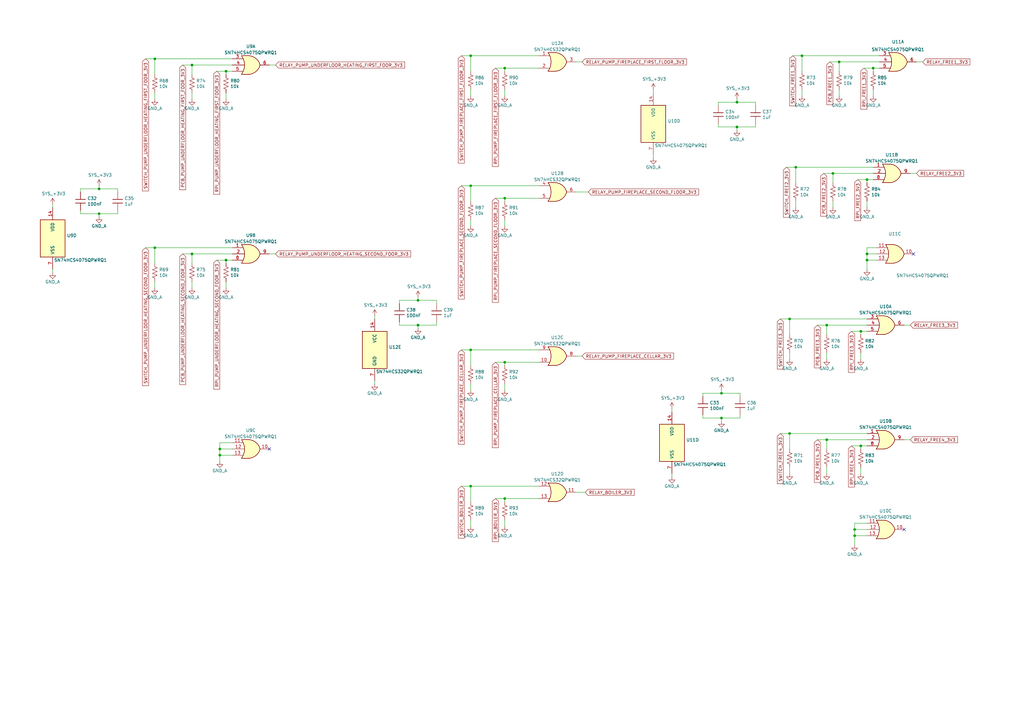
<source format=kicad_sch>
(kicad_sch (version 20230121) (generator eeschema)
  (paper "A3")
  (title_block (title "Logic OR gates") (date "2023-05-26") (rev "v1.0") (company "Roman Labovsky (roman-labovsky.cz)"))
  (lib_symbols
    (symbol "74xx_rl:SN74HCS32QPWRQ1" (pin_names (offset 1.016))
      (property "Reference" "U" (at -5.08 8.89 0))
      (property "Value" "SN74HCS32QPWRQ1" (at 10.16 -8.89 0))
      (symbol "SN74HCS32QPWRQ1_1_1"
        (pin input line (at -7.62 2.54 0) (length 4.318) (name "~") (number "1"))
        (pin input line (at -7.62 -2.54 0) (length 4.318) (name "~") (number "2"))
        (pin output line (at 7.62 0 180) (length 3.81) (name "~") (number "3"))
      )
      (symbol "SN74HCS32QPWRQ1_2_1"
        (pin input line (at -7.62 2.54 0) (length 4.318) (name "~") (number "4"))
        (pin input line (at -7.62 -2.54 0) (length 4.318) (name "~") (number "5"))
        (pin output line (at 7.62 0 180) (length 3.81) (name "~") (number "6"))
      )
      (symbol "SN74HCS32QPWRQ1_3_1"
        (pin input line (at -7.62 -2.54 0) (length 4.318) (name "~") (number "10"))
        (pin output line (at 7.62 0 180) (length 3.81) (name "~") (number "8"))
        (pin input line (at -7.62 2.54 0) (length 4.318) (name "~") (number "9"))
      )
      (symbol "SN74HCS32QPWRQ1_4_1"
        (pin output line (at 7.62 0 180) (length 3.81) (name "~") (number "11"))
        (pin input line (at -7.62 2.54 0) (length 4.318) (name "~") (number "12"))
        (pin input line (at -7.62 -2.54 0) (length 4.318) (name "~") (number "13"))
      )
      (symbol "SN74HCS32QPWRQ1_5_0"
        (pin power_in line (at 0 12.7 270) (length 5.08) (name "VCC") (number "14"))
        (pin power_in line (at 0 -12.7 90) (length 5.08) (name "GND") (number "7"))
      )
    )
    (symbol "74xx_rl:SN74HCS4075QPWRQ1" (pin_names (offset 1.016))
      (property "Reference" "U" (at -2.54 5.08 0))
      (property "Value" "SN74HCS4075QPWRQ1" (at 11.43 -8.89 0))
      (symbol "SN74HCS4075QPWRQ1_1_1"
        (pin input line (at -7.62 2.54 0) (length 4.318) (name "~") (number "3"))
        (pin input line (at -7.62 0 0) (length 4.953) (name "~") (number "4"))
        (pin input line (at -7.62 -2.54 0) (length 4.318) (name "~") (number "5"))
        (pin output line (at 7.62 0 180) (length 3.81) (name "~") (number "6"))
      )
      (symbol "SN74HCS4075QPWRQ1_2_1"
        (pin input line (at -7.62 2.54 0) (length 4.318) (name "~") (number "1"))
        (pin input line (at -7.62 0 0) (length 4.953) (name "~") (number "2"))
        (pin input line (at -7.62 -2.54 0) (length 4.318) (name "~") (number "8"))
        (pin output line (at 7.62 0 180) (length 3.81) (name "~") (number "9"))
      )
      (symbol "SN74HCS4075QPWRQ1_3_1"
        (pin output line (at 7.62 0 180) (length 3.81) (name "~") (number "10"))
        (pin input line (at -7.62 2.54 0) (length 4.318) (name "~") (number "11"))
        (pin input line (at -7.62 0 0) (length 4.953) (name "~") (number "12"))
        (pin input line (at -7.62 -2.54 0) (length 4.318) (name "~") (number "13"))
      )
      (symbol "SN74HCS4075QPWRQ1_4_0"
        (pin power_in line (at 0 12.7 270) (length 5.08) (name "VDD") (number "14"))
        (pin power_in line (at 0 -12.7 90) (length 5.08) (name "VSS") (number "7"))
      )
    )
    (symbol "capacitor_smd_rl:c_1206" (pin_numbers hide) (pin_names (offset 1.016) hide)
      (property "Reference" "C" (at 0 3.81 0))
      (property "Value" "c_1206" (at 0 -3.81 0))
      (symbol "c_1206_1_1"
        (pin passive line (at -3.81 0 0) (length 2.8956) (name "~") (number "1"))
        (pin passive line (at 3.81 0 180) (length 2.8956) (name "~") (number "2"))
      )
    )
    (symbol "power_rl:GND_A" (power) (pin_names (offset 0))
      (property "Value" "GND_A" (at 0 -3.81 0))
      (symbol "GND_A_1_1"
        (pin power_in line (at 0 0 270) (length 0) hide (name "GND_A") (number "1"))
      )
    )
    (symbol "power_rl:SYS_+3V3" (power) (pin_names (offset 1.016))
      (property "Value" "SYS_+3V3" (at 0 3.81 0))
      (symbol "SYS_+3V3_1_1"
        (pin power_in line (at 0 0 90) (length 0) hide (name "SYS_+3V3") (number "1"))
      )
    )
    (symbol "resistor_smd_rl:r_1206_us" (pin_numbers hide) (pin_names hide)
      (property "Reference" "R" (at 0 2.032 0))
      (property "Value" "r_1206_us" (at 0 -2.54 0))
      (symbol "r_1206_us_1_1"
        (pin passive line (at -3.81 0 0) (length 1.27) (name "~") (number "1"))
        (pin passive line (at 3.81 0 180) (length 1.27) (name "~") (number "2"))
      )
    )
  )
  (junction (at 78.74 104.14))
  (junction (at 355.6 106.68))
  (junction (at 207.01 81.28))
  (junction (at 207.01 27.94))
  (junction (at 40.64 77.47))
  (junction (at 353.06 182.88))
  (junction (at 323.85 177.8))
  (junction (at 90.17 186.69))
  (junction (at 193.04 199.39))
  (junction (at 193.04 22.86))
  (junction (at 63.5 101.6))
  (junction (at 358.14 27.94))
  (junction (at 63.5 24.13))
  (junction (at 40.64 87.63))
  (junction (at 350.52 219.71))
  (junction (at 295.91 161.29))
  (junction (at 353.06 135.89))
  (junction (at 350.52 217.17))
  (junction (at 207.01 204.47))
  (junction (at 344.17 25.4))
  (junction (at 355.6 73.66))
  (junction (at 341.63 71.12))
  (junction (at 171.45 133.35))
  (junction (at 326.39 68.58))
  (junction (at 207.01 148.59))
  (junction (at 302.26 52.07))
  (junction (at 78.74 26.67))
  (junction (at 339.09 180.34))
  (junction (at 328.93 22.86))
  (junction (at 171.45 123.19))
  (junction (at 295.91 171.45))
  (junction (at 323.85 130.81))
  (junction (at 92.71 106.68))
  (junction (at 355.6 104.14))
  (junction (at 339.09 133.35))
  (junction (at 90.17 184.15))
  (junction (at 193.04 76.2))
  (junction (at 193.04 143.51))
  (junction (at 92.71 29.21))
  (junction (at 302.26 41.91))
  (no_connect (at 374.65 104.14))
  (no_connect (at 110.49 184.15))
  (no_connect (at 370.84 217.17))
  (wire (pts (xy 193.04 22.86) (xy 220.98 22.86)))
  (wire (pts (xy 193.04 36.83) (xy 193.04 39.37)))
  (wire (pts (xy 339.09 191.77) (xy 339.09 194.31)))
  (wire (pts (xy 193.04 215.9) (xy 193.04 213.36)))
  (wire (pts (xy 328.93 36.83) (xy 328.93 39.37)))
  (wire (pts (xy 63.5 101.6) (xy 95.25 101.6)))
  (wire (pts (xy 207.01 27.94) (xy 203.2 27.94)))
  (wire (pts (xy 355.6 74.93) (xy 355.6 73.66)))
  (wire (pts (xy 48.26 77.47) (xy 48.26 78.74)))
  (wire (pts (xy 33.02 87.63) (xy 33.02 86.36)))
  (wire (pts (xy 207.01 204.47) (xy 203.2 204.47)))
  (wire (pts (xy 302.26 52.07) (xy 309.88 52.07)))
  (wire (pts (xy 303.53 171.45) (xy 303.53 170.18)))
  (wire (pts (xy 355.6 82.55) (xy 355.6 85.09)))
  (wire (pts (xy 78.74 26.67) (xy 78.74 30.48)))
  (wire (pts (xy 375.92 25.4) (xy 378.46 25.4)))
  (wire (pts (xy 323.85 130.81) (xy 323.85 137.16)))
  (wire (pts (xy 153.67 157.48) (xy 153.67 156.21)))
  (wire (pts (xy 33.02 77.47) (xy 33.02 78.74)))
  (wire (pts (xy 302.26 41.91) (xy 309.88 41.91)))
  (wire (pts (xy 353.06 135.89) (xy 355.6 135.89)))
  (wire (pts (xy 40.64 76.2) (xy 40.64 77.47)))
  (wire (pts (xy 78.74 104.14) (xy 74.93 104.14)))
  (wire (pts (xy 63.5 101.6) (xy 59.69 101.6)))
  (wire (pts (xy 295.91 171.45) (xy 303.53 171.45)))
  (wire (pts (xy 171.45 123.19) (xy 179.07 123.19)))
  (wire (pts (xy 355.6 73.66) (xy 351.79 73.66)))
  (wire (pts (xy 171.45 121.92) (xy 171.45 123.19)))
  (wire (pts (xy 179.07 133.35) (xy 179.07 132.08)))
  (wire (pts (xy 326.39 68.58) (xy 322.58 68.58)))
  (wire (pts (xy 179.07 123.19) (xy 179.07 124.46)))
  (wire (pts (xy 95.25 184.15) (xy 90.17 184.15)))
  (wire (pts (xy 275.59 167.64) (xy 275.59 168.91)))
  (wire (pts (xy 163.83 123.19) (xy 163.83 124.46)))
  (wire (pts (xy 294.64 41.91) (xy 302.26 41.91)))
  (wire (pts (xy 78.74 26.67) (xy 74.93 26.67)))
  (wire (pts (xy 275.59 194.31) (xy 275.59 195.58)))
  (wire (pts (xy 344.17 25.4) (xy 340.36 25.4)))
  (wire (pts (xy 21.59 83.82) (xy 21.59 85.09)))
  (wire (pts (xy 355.6 110.49) (xy 355.6 106.68)))
  (wire (pts (xy 355.6 106.68) (xy 355.6 104.14)))
  (wire (pts (xy 40.64 77.47) (xy 48.26 77.47)))
  (wire (pts (xy 355.6 217.17) (xy 350.52 217.17)))
  (wire (pts (xy 92.71 29.21) (xy 95.25 29.21)))
  (wire (pts (xy 171.45 134.62) (xy 171.45 133.35)))
  (wire (pts (xy 163.83 123.19) (xy 171.45 123.19)))
  (wire (pts (xy 207.01 36.83) (xy 207.01 39.37)))
  (wire (pts (xy 193.04 143.51) (xy 193.04 149.86)))
  (wire (pts (xy 350.52 217.17) (xy 350.52 214.63)))
  (wire (pts (xy 193.04 160.02) (xy 193.04 157.48)))
  (wire (pts (xy 78.74 115.57) (xy 78.74 118.11)))
  (wire (pts (xy 323.85 177.8) (xy 320.04 177.8)))
  (wire (pts (xy 354.33 27.94) (xy 358.14 27.94)))
  (wire (pts (xy 355.6 104.14) (xy 355.6 101.6)))
  (wire (pts (xy 355.6 73.66) (xy 358.14 73.66)))
  (wire (pts (xy 40.64 88.9) (xy 40.64 87.63)))
  (wire (pts (xy 90.17 181.61) (xy 95.25 181.61)))
  (wire (pts (xy 323.85 130.81) (xy 355.6 130.81)))
  (wire (pts (xy 353.06 137.16) (xy 353.06 135.89)))
  (wire (pts (xy 358.14 29.21) (xy 358.14 27.94)))
  (wire (pts (xy 353.06 182.88) (xy 349.25 182.88)))
  (wire (pts (xy 326.39 68.58) (xy 326.39 74.93)))
  (wire (pts (xy 78.74 104.14) (xy 95.25 104.14)))
  (wire (pts (xy 323.85 194.31) (xy 323.85 191.77)))
  (wire (pts (xy 344.17 25.4) (xy 344.17 29.21)))
  (wire (pts (xy 355.6 219.71) (xy 350.52 219.71)))
  (wire (pts (xy 267.97 63.5) (xy 267.97 64.77)))
  (wire (pts (xy 353.06 144.78) (xy 353.06 147.32)))
  (wire (pts (xy 353.06 184.15) (xy 353.06 182.88)))
  (wire (pts (xy 236.22 146.05) (xy 238.76 146.05)))
  (wire (pts (xy 207.01 148.59) (xy 203.2 148.59)))
  (wire (pts (xy 207.01 205.74) (xy 207.01 204.47)))
  (wire (pts (xy 207.01 204.47) (xy 220.98 204.47)))
  (wire (pts (xy 373.38 71.12) (xy 375.92 71.12)))
  (wire (pts (xy 341.63 71.12) (xy 358.14 71.12)))
  (wire (pts (xy 358.14 27.94) (xy 360.68 27.94)))
  (wire (pts (xy 267.97 36.83) (xy 267.97 38.1)))
  (wire (pts (xy 328.93 22.86) (xy 328.93 29.21)))
  (wire (pts (xy 92.71 106.68) (xy 95.25 106.68)))
  (wire (pts (xy 110.49 104.14) (xy 113.03 104.14)))
  (wire (pts (xy 90.17 186.69) (xy 90.17 184.15)))
  (wire (pts (xy 341.63 82.55) (xy 341.63 85.09)))
  (wire (pts (xy 323.85 177.8) (xy 355.6 177.8)))
  (wire (pts (xy 323.85 177.8) (xy 323.85 184.15)))
  (wire (pts (xy 78.74 26.67) (xy 95.25 26.67)))
  (wire (pts (xy 193.04 76.2) (xy 193.04 82.55)))
  (wire (pts (xy 207.01 157.48) (xy 207.01 160.02)))
  (wire (pts (xy 353.06 191.77) (xy 353.06 194.31)))
  (wire (pts (xy 309.88 52.07) (xy 309.88 50.8)))
  (wire (pts (xy 350.52 223.52) (xy 350.52 219.71)))
  (wire (pts (xy 193.04 199.39) (xy 189.23 199.39)))
  (wire (pts (xy 63.5 24.13) (xy 63.5 30.48)))
  (wire (pts (xy 207.01 213.36) (xy 207.01 215.9)))
  (wire (pts (xy 207.01 81.28) (xy 203.2 81.28)))
  (wire (pts (xy 63.5 24.13) (xy 59.69 24.13)))
  (wire (pts (xy 63.5 24.13) (xy 95.25 24.13)))
  (wire (pts (xy 295.91 161.29) (xy 303.53 161.29)))
  (wire (pts (xy 92.71 115.57) (xy 92.71 118.11)))
  (wire (pts (xy 207.01 148.59) (xy 220.98 148.59)))
  (wire (pts (xy 92.71 107.95) (xy 92.71 106.68)))
  (wire (pts (xy 95.25 186.69) (xy 90.17 186.69)))
  (wire (pts (xy 207.01 27.94) (xy 207.01 29.21)))
  (wire (pts (xy 33.02 87.63) (xy 40.64 87.63)))
  (wire (pts (xy 193.04 199.39) (xy 193.04 205.74)))
  (wire (pts (xy 339.09 180.34) (xy 335.28 180.34)))
  (wire (pts (xy 153.67 129.54) (xy 153.67 130.81)))
  (wire (pts (xy 288.29 161.29) (xy 295.91 161.29)))
  (wire (pts (xy 288.29 171.45) (xy 288.29 170.18)))
  (wire (pts (xy 294.64 41.91) (xy 294.64 43.18)))
  (wire (pts (xy 40.64 87.63) (xy 48.26 87.63)))
  (wire (pts (xy 339.09 184.15) (xy 339.09 180.34)))
  (wire (pts (xy 48.26 87.63) (xy 48.26 86.36)))
  (wire (pts (xy 193.04 199.39) (xy 220.98 199.39)))
  (wire (pts (xy 193.04 76.2) (xy 220.98 76.2)))
  (wire (pts (xy 349.25 135.89) (xy 353.06 135.89)))
  (wire (pts (xy 339.09 144.78) (xy 339.09 147.32)))
  (wire (pts (xy 193.04 143.51) (xy 220.98 143.51)))
  (wire (pts (xy 207.01 82.55) (xy 207.01 81.28)))
  (wire (pts (xy 359.41 104.14) (xy 355.6 104.14)))
  (wire (pts (xy 63.5 38.1) (xy 63.5 40.64)))
  (wire (pts (xy 302.26 40.64) (xy 302.26 41.91)))
  (wire (pts (xy 328.93 22.86) (xy 360.68 22.86)))
  (wire (pts (xy 341.63 71.12) (xy 337.82 71.12)))
  (wire (pts (xy 193.04 22.86) (xy 193.04 29.21)))
  (wire (pts (xy 78.74 38.1) (xy 78.74 40.64)))
  (wire (pts (xy 288.29 161.29) (xy 288.29 162.56)))
  (wire (pts (xy 294.64 52.07) (xy 302.26 52.07)))
  (wire (pts (xy 193.04 92.71) (xy 193.04 90.17)))
  (wire (pts (xy 339.09 180.34) (xy 355.6 180.34)))
  (wire (pts (xy 353.06 182.88) (xy 355.6 182.88)))
  (wire (pts (xy 295.91 172.72) (xy 295.91 171.45)))
  (wire (pts (xy 326.39 85.09) (xy 326.39 82.55)))
  (wire (pts (xy 88.9 29.21) (xy 92.71 29.21)))
  (wire (pts (xy 207.01 81.28) (xy 220.98 81.28)))
  (wire (pts (xy 33.02 77.47) (xy 40.64 77.47)))
  (wire (pts (xy 207.01 27.94) (xy 220.98 27.94)))
  (wire (pts (xy 350.52 219.71) (xy 350.52 217.17)))
  (wire (pts (xy 63.5 101.6) (xy 63.5 107.95)))
  (wire (pts (xy 323.85 144.78) (xy 323.85 147.32)))
  (wire (pts (xy 92.71 38.1) (xy 92.71 40.64)))
  (wire (pts (xy 92.71 106.68) (xy 88.9 106.68)))
  (wire (pts (xy 339.09 133.35) (xy 339.09 137.16)))
  (wire (pts (xy 236.22 25.4) (xy 238.76 25.4)))
  (wire (pts (xy 370.84 133.35) (xy 373.38 133.35)))
  (wire (pts (xy 358.14 36.83) (xy 358.14 39.37)))
  (wire (pts (xy 63.5 118.11) (xy 63.5 115.57)))
  (wire (pts (xy 302.26 53.34) (xy 302.26 52.07)))
  (wire (pts (xy 355.6 101.6) (xy 359.41 101.6)))
  (wire (pts (xy 90.17 184.15) (xy 90.17 181.61)))
  (wire (pts (xy 163.83 133.35) (xy 163.83 132.08)))
  (wire (pts (xy 21.59 110.49) (xy 21.59 111.76)))
  (wire (pts (xy 303.53 161.29) (xy 303.53 162.56)))
  (wire (pts (xy 294.64 52.07) (xy 294.64 50.8)))
  (wire (pts (xy 193.04 22.86) (xy 189.23 22.86)))
  (wire (pts (xy 236.22 78.74) (xy 241.3 78.74)))
  (wire (pts (xy 163.83 133.35) (xy 171.45 133.35)))
  (wire (pts (xy 339.09 133.35) (xy 355.6 133.35)))
  (wire (pts (xy 193.04 143.51) (xy 189.23 143.51)))
  (wire (pts (xy 207.01 90.17) (xy 207.01 92.71)))
  (wire (pts (xy 323.85 130.81) (xy 320.04 130.81)))
  (wire (pts (xy 339.09 133.35) (xy 335.28 133.35)))
  (wire (pts (xy 295.91 161.29) (xy 295.91 160.02)))
  (wire (pts (xy 207.01 149.86) (xy 207.01 148.59)))
  (wire (pts (xy 90.17 189.23) (xy 90.17 186.69)))
  (wire (pts (xy 328.93 22.86) (xy 325.12 22.86)))
  (wire (pts (xy 341.63 74.93) (xy 341.63 71.12)))
  (wire (pts (xy 326.39 68.58) (xy 358.14 68.58)))
  (wire (pts (xy 92.71 30.48) (xy 92.71 29.21)))
  (wire (pts (xy 344.17 36.83) (xy 344.17 39.37)))
  (wire (pts (xy 370.84 180.34) (xy 373.38 180.34)))
  (wire (pts (xy 171.45 133.35) (xy 179.07 133.35)))
  (wire (pts (xy 359.41 106.68) (xy 355.6 106.68)))
  (wire (pts (xy 110.49 26.67) (xy 113.03 26.67)))
  (wire (pts (xy 193.04 76.2) (xy 189.23 76.2)))
  (wire (pts (xy 309.88 41.91) (xy 309.88 43.18)))
  (wire (pts (xy 236.22 201.93) (xy 240.03 201.93)))
  (wire (pts (xy 78.74 107.95) (xy 78.74 104.14)))
  (wire (pts (xy 350.52 214.63) (xy 355.6 214.63)))
  (wire (pts (xy 344.17 25.4) (xy 360.68 25.4)))
  (wire (pts (xy 288.29 171.45) (xy 295.91 171.45)))
  (global_label "SWITCH_FREE2_3V3" (shape input) (at 322.58 68.58 270) (property "Intersheetrefs" "${INTERSHEET_REFS}" (effects hide)))
  (global_label "SWITCH_PUMP_UNDERFLOOR_HEATING_SECOND_FOOR_3V3" (shape input) (at 59.69 101.6 270) (property "Intersheetrefs" "${INTERSHEET_REFS}" (effects hide)))
  (global_label "SWITCH_PUMP_FIREPLACE_CELLAR_3V3" (shape input) (at 189.23 143.51 270) (property "Intersheetrefs" "${INTERSHEET_REFS}" (effects hide)))
  (global_label "SWITCH_PUMP_FIREPLACE_FIRST_FLOOR_3V3" (shape input) (at 189.23 22.86 270) (property "Intersheetrefs" "${INTERSHEET_REFS}" (effects hide)))
  (global_label "RELAY_PUMP_UNDERFLOOR_HEATING_SECOND_FOOR_3V3" (shape input) (at 113.03 104.14 0) (property "Intersheetrefs" "${INTERSHEET_REFS}" (effects hide)))
  (global_label "RPI_FREE3_3V3" (shape input) (at 349.25 135.89 270) (property "Intersheetrefs" "${INTERSHEET_REFS}" (effects hide)))
  (global_label "PCB_FREE1_3V3" (shape input) (at 340.36 25.4 270) (property "Intersheetrefs" "${INTERSHEET_REFS}" (effects hide)))
  (global_label "RPI_PUMP_UNDERFLOOR_HEATING_FIRST_FOOR_3V3" (shape input) (at 88.9 29.21 270) (property "Intersheetrefs" "${INTERSHEET_REFS}" (effects hide)))
  (global_label "RPI_FREE4_3V3" (shape input) (at 349.25 182.88 270) (property "Intersheetrefs" "${INTERSHEET_REFS}" (effects hide)))
  (global_label "PCB_PUMP_UNDERFLOOR_HEATING_SECOND_FOOR_3V3" (shape input) (at 74.93 104.14 270) (property "Intersheetrefs" "${INTERSHEET_REFS}" (effects hide)))
  (global_label "PCB_FREE4_3V3" (shape input) (at 335.28 180.34 270) (property "Intersheetrefs" "${INTERSHEET_REFS}" (effects hide)))
  (global_label "SWITCH_FREE4_3V3" (shape input) (at 320.04 177.8 270) (property "Intersheetrefs" "${INTERSHEET_REFS}" (effects hide)))
  (global_label "RELAY_PUMP_FIREPLACE_FIRST_FLOOR_3V3" (shape input) (at 238.76 25.4 0) (property "Intersheetrefs" "${INTERSHEET_REFS}" (effects hide)))
  (global_label "RELAY_FREE4_3V3" (shape input) (at 373.38 180.34 0) (property "Intersheetrefs" "${INTERSHEET_REFS}" (effects hide)))
  (global_label "RPI_PUMP_FIREPLACE_CELLAR_3V3" (shape input) (at 203.2 148.59 270) (property "Intersheetrefs" "${INTERSHEET_REFS}" (effects hide)))
  (global_label "RELAY_FREE2_3V3" (shape input) (at 375.92 71.12 0) (property "Intersheetrefs" "${INTERSHEET_REFS}" (effects hide)))
  (global_label "SWITCH_BOILER_3V3" (shape input) (at 189.23 199.39 270) (property "Intersheetrefs" "${INTERSHEET_REFS}" (effects hide)))
  (global_label "RELAY_FREE1_3V3" (shape input) (at 378.46 25.4 0) (property "Intersheetrefs" "${INTERSHEET_REFS}" (effects hide)))
  (global_label "RPI_BOILER_3V3" (shape input) (at 203.2 204.47 270) (property "Intersheetrefs" "${INTERSHEET_REFS}" (effects hide)))
  (global_label "RELAY_PUMP_UNDERFLOOR_HEATING_FIRST_FOOR_3V3" (shape input) (at 113.03 26.67 0) (property "Intersheetrefs" "${INTERSHEET_REFS}" (effects hide)))
  (global_label "PCB_FREE2_3V3" (shape input) (at 337.82 71.12 270) (property "Intersheetrefs" "${INTERSHEET_REFS}" (effects hide)))
  (global_label "SWITCH_FREE1_3V3" (shape input) (at 325.12 22.86 270) (property "Intersheetrefs" "${INTERSHEET_REFS}" (effects hide)))
  (global_label "SWITCH_PUMP_FIREPLACE_SECOND_FLOOR_3V3" (shape input) (at 189.23 76.2 270) (property "Intersheetrefs" "${INTERSHEET_REFS}" (effects hide)))
  (global_label "RPI_PUMP_FIREPLACE_SECOND_FLOOR_3V3" (shape input) (at 203.2 81.28 270) (property "Intersheetrefs" "${INTERSHEET_REFS}" (effects hide)))
  (global_label "RPI_PUMP_FIREPLACE_FIRST_FLOOR_3V3" (shape input) (at 203.2 27.94 270) (property "Intersheetrefs" "${INTERSHEET_REFS}" (effects hide)))
  (global_label "RELAY_FREE3_3V3" (shape input) (at 373.38 133.35 0) (property "Intersheetrefs" "${INTERSHEET_REFS}" (effects hide)))
  (global_label "PCB_FREE3_3V3" (shape input) (at 335.28 133.35 270) (property "Intersheetrefs" "${INTERSHEET_REFS}" (effects hide)))
  (global_label "RPI_FREE2_3V3" (shape input) (at 351.79 73.66 270) (property "Intersheetrefs" "${INTERSHEET_REFS}" (effects hide)))
  (global_label "PCB_PUMP_UNDERFLOOR_HEATING_FIRST_FOOR_3V3" (shape input) (at 74.93 26.67 270) (property "Intersheetrefs" "${INTERSHEET_REFS}" (effects hide)))
  (global_label "RPI_PUMP_UNDERFLOOR_HEATING_SECOND_FOOR_3V3" (shape input) (at 88.9 106.68 270) (property "Intersheetrefs" "${INTERSHEET_REFS}" (effects hide)))
  (global_label "RELAY_PUMP_FIREPLACE_SECOND_FLOOR_3V3" (shape input) (at 241.3 78.74 0) (property "Intersheetrefs" "${INTERSHEET_REFS}" (effects hide)))
  (global_label "RELAY_BOILER_3V3" (shape input) (at 240.03 201.93 0) (property "Intersheetrefs" "${INTERSHEET_REFS}" (effects hide)))
  (global_label "SWITCH_PUMP_UNDERFLOOR_HEATING_FIRST_FOOR_3V3" (shape input) (at 59.69 24.13 270) (property "Intersheetrefs" "${INTERSHEET_REFS}" (effects hide)))
  (global_label "RPI_FREE1_3V3" (shape input) (at 354.33 27.94 270) (property "Intersheetrefs" "${INTERSHEET_REFS}" (effects hide)))
  (global_label "RELAY_PUMP_FIREPLACE_CELLAR_3V3" (shape input) (at 238.76 146.05 0) (property "Intersheetrefs" "${INTERSHEET_REFS}" (effects hide)))
  (global_label "SWITCH_FREE3_3V3" (shape input) (at 320.04 130.81 270) (property "Intersheetrefs" "${INTERSHEET_REFS}" (effects hide)))
  (symbol (lib_id "74xx_rl:SN74HCS4075QPWRQ1") (at 102.87 26.67 0) (unit 1)
    (property "Reference" "U9" (at 102.87 19.05 0))
    (property "Value" "SN74HCS4075QPWRQ1" (at 102.87 21.59 0))
    (property "Footprint" "package_tssop_rl:tssop_14" (effects hide))
    (property "Datasheet" "https://www.ti.com/lit/ds/symlink/sn74hcs4075-q1.pdf?ts=1655125228616&ref_url=https%253A%252F%252Fwww.google.com%252F" (effects hide))
    (property "Manufacturer" "Texas Instruments" (effects hide))
  )
  (symbol (lib_id "74xx_rl:SN74HCS4075QPWRQ1") (at 102.87 104.14 0) (unit 2)
    (property "Reference" "U9" (at 102.87 96.52 0))
    (property "Value" "SN74HCS4075QPWRQ1" (at 102.87 99.06 0))
    (property "Footprint" "package_tssop_rl:tssop_14" (effects hide))
    (property "Datasheet" "https://www.ti.com/lit/ds/symlink/sn74hcs4075-q1.pdf?ts=1655125228616&ref_url=https%253A%252F%252Fwww.google.com%252F" (effects hide))
    (property "Manufacturer" "Texas Instruments" (effects hide))
  )
  (symbol (lib_id "74xx_rl:SN74HCS4075QPWRQ1") (at 21.59 97.79 0) (unit 4)
    (property "Reference" "U9" (at 27.432 96.6216 0) (effects (justify left)))
    (property "Value" "SN74HCS4075QPWRQ1" (at 33.02 106.68 0))
    (property "Footprint" "package_tssop_rl:tssop_14" (effects hide))
    (property "Datasheet" "https://www.ti.com/lit/ds/symlink/sn74hcs4075-q1.pdf?ts=1655125228616&ref_url=https%253A%252F%252Fwww.google.com%252F" (effects hide))
    (property "Manufacturer" "Texas Instruments" (effects hide))
  )
  (symbol (lib_id "74xx_rl:SN74HCS32QPWRQ1") (at 228.6 25.4 0) (unit 1)
    (property "Reference" "U12" (at 228.6 17.78 0))
    (property "Value" "SN74HCS32QPWRQ1" (at 228.6 20.32 0))
    (property "Footprint" "package_tssop_rl:tssop_14" (effects hide))
    (property "Datasheet" "https://www.ti.com/lit/ds/symlink/sn74hcs32-q1.pdf?ts=1655134231656&ref_url=https%253A%252F%252Fwww.ti.com%252Fproduct%252FSN74HCS32-Q1%253FkeyMatch%253DSN74HCS32QDRQ1%2526tisearch%253Dsearch-everything%2526usecase%253DOPN" (effects hide))
    (property "Manufacturer" "Texas Instruments" (effects hide))
  )
  (symbol (lib_id "74xx_rl:SN74HCS32QPWRQ1") (at 228.6 78.74 0) (unit 2)
    (property "Reference" "U12" (at 228.6 71.12 0))
    (property "Value" "SN74HCS32QPWRQ1" (at 228.6 73.66 0))
    (property "Footprint" "package_tssop_rl:tssop_14" (effects hide))
    (property "Datasheet" "https://www.ti.com/lit/ds/symlink/sn74hcs32-q1.pdf?ts=1655134231656&ref_url=https%253A%252F%252Fwww.ti.com%252Fproduct%252FSN74HCS32-Q1%253FkeyMatch%253DSN74HCS32QDRQ1%2526tisearch%253Dsearch-everything%2526usecase%253DOPN" (effects hide))
    (property "Manufacturer" "Texas Instruments" (effects hide))
  )
  (symbol (lib_id "74xx_rl:SN74HCS32QPWRQ1") (at 228.6 146.05 0) (unit 3)
    (property "Reference" "U12" (at 228.6 138.43 0))
    (property "Value" "SN74HCS32QPWRQ1" (at 228.6 140.97 0))
    (property "Footprint" "package_tssop_rl:tssop_14" (effects hide))
    (property "Datasheet" "https://www.ti.com/lit/ds/symlink/sn74hcs32-q1.pdf?ts=1655134231656&ref_url=https%253A%252F%252Fwww.ti.com%252Fproduct%252FSN74HCS32-Q1%253FkeyMatch%253DSN74HCS32QDRQ1%2526tisearch%253Dsearch-everything%2526usecase%253DOPN" (effects hide))
    (property "Manufacturer" "Texas Instruments" (effects hide))
  )
  (symbol (lib_id "74xx_rl:SN74HCS32QPWRQ1") (at 228.6 201.93 0) (unit 4)
    (property "Reference" "U12" (at 228.6 194.31 0))
    (property "Value" "SN74HCS32QPWRQ1" (at 228.6 196.85 0))
    (property "Footprint" "package_tssop_rl:tssop_14" (effects hide))
    (property "Datasheet" "https://www.ti.com/lit/ds/symlink/sn74hcs32-q1.pdf?ts=1655134231656&ref_url=https%253A%252F%252Fwww.ti.com%252Fproduct%252FSN74HCS32-Q1%253FkeyMatch%253DSN74HCS32QDRQ1%2526tisearch%253Dsearch-everything%2526usecase%253DOPN" (effects hide))
    (property "Manufacturer" "Texas Instruments" (effects hide))
  )
  (symbol (lib_id "74xx_rl:SN74HCS32QPWRQ1") (at 153.67 143.51 0) (unit 5)
    (property "Reference" "U12" (at 159.512 142.3416 0) (effects (justify left)))
    (property "Value" "SN74HCS32QPWRQ1" (at 163.83 152.4 0))
    (property "Footprint" "package_tssop_rl:tssop_14" (effects hide))
    (property "Datasheet" "https://www.ti.com/lit/ds/symlink/sn74hcs32-q1.pdf?ts=1655134231656&ref_url=https%253A%252F%252Fwww.ti.com%252Fproduct%252FSN74HCS32-Q1%253FkeyMatch%253DSN74HCS32QDRQ1%2526tisearch%253Dsearch-everything%2526usecase%253DOPN" (effects hide))
    (property "Manufacturer" "Texas Instruments" (effects hide))
  )
  (symbol (lib_id "power_rl:SYS_+3V3") (at 40.64 76.2 0) (unit 1)
    (property "Reference" "#PWR089" (effects hide))
    (property "Value" "SYS_+3V3" (at 41.021 71.8058 0))
    (instances (project "central-control-unit" (path "" (reference "#PWR089") (unit 1)) (path "" (reference "#PWR?") (unit 1))))
  )
  (symbol (lib_id "capacitor_smd_rl:c_1206") (at 294.64 46.99 90) (unit 1)
    (property "Reference" "C34" (at 297.434 45.8216 90) (effects (justify right)))
    (property "Value" "100nF" (at 297.434 48.133 90) (effects (justify right)))
    (property "Footprint" "capacitor_smd_rl:c_1206" (effects hide))
    (instances (project "central-control-unit" (path "" (reference "C34") (unit 1)) (path "" (reference "C?") (unit 1))))
  )
  (symbol (lib_id "capacitor_smd_rl:c_1206") (at 309.88 46.99 270) (unit 1)
    (property "Reference" "C37" (at 312.674 45.8216 90) (effects (justify left)))
    (property "Value" "1uF" (at 312.674 48.133 90) (effects (justify left)))
    (property "Footprint" "capacitor_smd_rl:c_1206" (effects hide))
    (instances (project "central-control-unit" (path "" (reference "C37") (unit 1)) (path "" (reference "C?") (unit 1))))
  )
  (symbol (lib_id "power_rl:SYS_+3V3") (at 302.26 40.64 0) (unit 1)
    (property "Reference" "#PWR093" (effects hide))
    (property "Value" "SYS_+3V3" (at 302.641 36.2458 0))
    (instances (project "central-control-unit" (path "" (reference "#PWR093") (unit 1)) (path "" (reference "#PWR?") (unit 1))))
  )
  (symbol (lib_id "power_rl:SYS_+3V3") (at 295.91 160.02 0) (unit 1)
    (property "Reference" "#PWR091" (effects hide))
    (property "Value" "SYS_+3V3" (at 296.291 155.6258 0))
    (instances (project "central-control-unit" (path "" (reference "#PWR091") (unit 1)) (path "" (reference "#PWR?") (unit 1))))
  )
  (symbol (lib_id "capacitor_smd_rl:c_1206") (at 163.83 128.27 90) (unit 1)
    (property "Reference" "C38" (at 166.624 127.1016 90) (effects (justify right)))
    (property "Value" "100nF" (at 166.624 129.413 90) (effects (justify right)))
    (property "Footprint" "capacitor_smd_rl:c_1206" (effects hide))
    (instances (project "central-control-unit" (path "" (reference "C38") (unit 1)) (path "" (reference "C?") (unit 1))))
  )
  (symbol (lib_id "capacitor_smd_rl:c_1206") (at 179.07 128.27 270) (unit 1)
    (property "Reference" "C39" (at 181.864 127.1016 90) (effects (justify left)))
    (property "Value" "1uF" (at 181.864 129.413 90) (effects (justify left)))
    (property "Footprint" "capacitor_smd_rl:c_1206" (effects hide))
    (instances (project "central-control-unit" (path "" (reference "C39") (unit 1)) (path "" (reference "C?") (unit 1))))
  )
  (symbol (lib_id "power_rl:SYS_+3V3") (at 171.45 121.92 0) (unit 1)
    (property "Reference" "#PWR0115" (effects hide))
    (property "Value" "SYS_+3V3" (at 171.831 117.5258 0))
    (instances (project "central-control-unit" (path "" (reference "#PWR0115") (unit 1)) (path "" (reference "#PWR?") (unit 1))))
  )
  (symbol (lib_id "74xx_rl:SN74HCS4075QPWRQ1") (at 102.87 184.15 0) (unit 3)
    (property "Reference" "U9" (at 102.87 176.53 0))
    (property "Value" "SN74HCS4075QPWRQ1" (at 102.87 179.07 0))
    (property "Footprint" "package_tssop_rl:tssop_14" (effects hide))
    (property "Datasheet" "https://www.ti.com/lit/ds/symlink/sn74hcs4075-q1.pdf?ts=1655125228616&ref_url=https%253A%252F%252Fwww.google.com%252F" (effects hide))
    (property "Manufacturer" "Texas Instruments" (effects hide))
  )
  (symbol (lib_id "power_rl:GND_A") (at 90.17 189.23 0) (unit 1)
    (property "Reference" "#PWR0411" (effects hide))
    (property "Value" "GND_A" (at 90.17 193.04 0))
    (instances (project "central-control-unit" (path "" (reference "#PWR0411") (unit 1)) (path "" (reference "#PWR?") (unit 1))))
  )
  (symbol (lib_id "74xx_rl:SN74HCS4075QPWRQ1") (at 367.03 104.14 0) (unit 3)
    (property "Reference" "U11" (at 367.03 95.885 0))
    (property "Value" "SN74HCS4075QPWRQ1" (at 378.46 113.03 0))
    (property "Footprint" "package_tssop_rl:tssop_14" (effects hide))
    (property "Datasheet" "https://www.ti.com/lit/ds/symlink/sn74hcs4075-q1.pdf?ts=1655125228616&ref_url=https%253A%252F%252Fwww.google.com%252F" (effects hide))
    (property "Manufacturer" "Texas Instruments" (effects hide))
  )
  (symbol (lib_id "power_rl:GND_A") (at 355.6 110.49 0) (unit 1)
    (property "Reference" "#PWR0412" (effects hide))
    (property "Value" "GND_A" (at 355.6 114.3 0))
    (instances (project "central-control-unit" (path "" (reference "#PWR0412") (unit 1)) (path "" (reference "#PWR?") (unit 1))))
  )
  (symbol (lib_id "74xx_rl:SN74HCS4075QPWRQ1") (at 363.22 217.17 0) (unit 3)
    (property "Reference" "U10" (at 363.22 209.55 0))
    (property "Value" "SN74HCS4075QPWRQ1" (at 363.22 212.09 0))
    (property "Footprint" "package_tssop_rl:tssop_14" (effects hide))
    (property "Datasheet" "https://www.ti.com/lit/ds/symlink/sn74hcs4075-q1.pdf?ts=1655125228616&ref_url=https%253A%252F%252Fwww.google.com%252F" (effects hide))
    (property "Manufacturer" "Texas Instruments" (effects hide))
  )
  (symbol (lib_id "power_rl:GND_A") (at 350.52 223.52 0) (unit 1)
    (property "Reference" "#PWR0413" (effects hide))
    (property "Value" "GND_A" (at 350.52 227.33 0))
    (instances (project "central-control-unit" (path "" (reference "#PWR0413") (unit 1)) (path "" (reference "#PWR?") (unit 1))))
  )
  (symbol (lib_id "power_rl:GND_A") (at 92.71 40.64 0) (unit 1)
    (property "Reference" "#PWR0107" (effects hide))
    (property "Value" "GND_A" (at 92.71 44.45 0))
    (instances (project "central-control-unit" (path "" (reference "#PWR0107") (unit 1)) (path "" (reference "#PWR?") (unit 1))))
  )
  (symbol (lib_id "power_rl:GND_A") (at 78.74 40.64 0) (unit 1)
    (property "Reference" "#PWR0101" (effects hide))
    (property "Value" "GND_A" (at 78.74 44.45 0))
    (instances (project "central-control-unit" (path "" (reference "#PWR0101") (unit 1)) (path "" (reference "#PWR?") (unit 1))))
  )
  (symbol (lib_id "power_rl:GND_A") (at 21.59 111.76 0) (unit 1)
    (property "Reference" "#PWR084" (effects hide))
    (property "Value" "GND_A" (at 21.59 115.57 0))
    (instances (project "central-control-unit" (path "" (reference "#PWR084") (unit 1)) (path "" (reference "#PWR?") (unit 1))))
  )
  (symbol (lib_id "power_rl:GND_A") (at 40.64 88.9 0) (unit 1)
    (property "Reference" "#PWR090" (effects hide))
    (property "Value" "GND_A" (at 40.64 92.71 0))
    (instances (project "central-control-unit" (path "" (reference "#PWR090") (unit 1)) (path "" (reference "#PWR?") (unit 1))))
  )
  (symbol (lib_id "power_rl:GND_A") (at 63.5 118.11 0) (unit 1)
    (property "Reference" "#PWR096" (effects hide))
    (property "Value" "GND_A" (at 63.5 121.92 0))
    (instances (project "central-control-unit" (path "" (reference "#PWR096") (unit 1)) (path "" (reference "#PWR?") (unit 1))))
  )
  (symbol (lib_id "power_rl:GND_A") (at 78.74 118.11 0) (unit 1)
    (property "Reference" "#PWR0102" (effects hide))
    (property "Value" "GND_A" (at 78.74 121.92 0))
    (instances (project "central-control-unit" (path "" (reference "#PWR0102") (unit 1)) (path "" (reference "#PWR?") (unit 1))))
  )
  (symbol (lib_id "power_rl:GND_A") (at 92.71 118.11 0) (unit 1)
    (property "Reference" "#PWR0108" (effects hide))
    (property "Value" "GND_A" (at 92.71 121.92 0))
    (instances (project "central-control-unit" (path "" (reference "#PWR0108") (unit 1)) (path "" (reference "#PWR?") (unit 1))))
  )
  (symbol (lib_id "power_rl:GND_A") (at 267.97 64.77 0) (unit 1)
    (property "Reference" "#PWR086" (effects hide))
    (property "Value" "GND_A" (at 267.97 68.58 0))
    (instances (project "central-control-unit" (path "" (reference "#PWR086") (unit 1)) (path "" (reference "#PWR?") (unit 1))))
  )
  (symbol (lib_id "power_rl:GND_A") (at 302.26 53.34 0) (unit 1)
    (property "Reference" "#PWR094" (effects hide))
    (property "Value" "GND_A" (at 302.26 57.15 0))
    (instances (project "central-control-unit" (path "" (reference "#PWR094") (unit 1)) (path "" (reference "#PWR?") (unit 1))))
  )
  (symbol (lib_id "power_rl:GND_A") (at 328.93 39.37 0) (unit 1)
    (property "Reference" "#PWR0100" (effects hide))
    (property "Value" "GND_A" (at 328.93 43.18 0))
    (instances (project "central-control-unit" (path "" (reference "#PWR0100") (unit 1)) (path "" (reference "#PWR?") (unit 1))))
  )
  (symbol (lib_id "power_rl:GND_A") (at 344.17 39.37 0) (unit 1)
    (property "Reference" "#PWR0106" (effects hide))
    (property "Value" "GND_A" (at 344.17 43.18 0))
    (instances (project "central-control-unit" (path "" (reference "#PWR0106") (unit 1)) (path "" (reference "#PWR?") (unit 1))))
  )
  (symbol (lib_id "power_rl:GND_A") (at 358.14 39.37 0) (unit 1)
    (property "Reference" "#PWR0112" (effects hide))
    (property "Value" "GND_A" (at 358.14 43.18 0))
    (instances (project "central-control-unit" (path "" (reference "#PWR0112") (unit 1)) (path "" (reference "#PWR?") (unit 1))))
  )
  (symbol (lib_id "power_rl:GND_A") (at 326.39 85.09 0) (unit 1)
    (property "Reference" "#PWR099" (effects hide))
    (property "Value" "GND_A" (at 326.39 88.9 0))
    (instances (project "central-control-unit" (path "" (reference "#PWR099") (unit 1)) (path "" (reference "#PWR?") (unit 1))))
  )
  (symbol (lib_id "power_rl:GND_A") (at 341.63 85.09 0) (unit 1)
    (property "Reference" "#PWR0105" (effects hide))
    (property "Value" "GND_A" (at 341.63 88.9 0))
    (instances (project "central-control-unit" (path "" (reference "#PWR0105") (unit 1)) (path "" (reference "#PWR?") (unit 1))))
  )
  (symbol (lib_id "power_rl:GND_A") (at 355.6 85.09 0) (unit 1)
    (property "Reference" "#PWR0111" (effects hide))
    (property "Value" "GND_A" (at 355.6 88.9 0))
    (instances (project "central-control-unit" (path "" (reference "#PWR0111") (unit 1)) (path "" (reference "#PWR?") (unit 1))))
  )
  (symbol (lib_id "power_rl:GND_A") (at 323.85 147.32 0) (unit 1)
    (property "Reference" "#PWR097" (effects hide))
    (property "Value" "GND_A" (at 323.85 151.13 0))
    (instances (project "central-control-unit" (path "" (reference "#PWR097") (unit 1)) (path "" (reference "#PWR?") (unit 1))))
  )
  (symbol (lib_id "power_rl:GND_A") (at 339.09 147.32 0) (unit 1)
    (property "Reference" "#PWR0103" (effects hide))
    (property "Value" "GND_A" (at 339.09 151.13 0))
    (instances (project "central-control-unit" (path "" (reference "#PWR0103") (unit 1)) (path "" (reference "#PWR?") (unit 1))))
  )
  (symbol (lib_id "power_rl:GND_A") (at 353.06 147.32 0) (unit 1)
    (property "Reference" "#PWR0109" (effects hide))
    (property "Value" "GND_A" (at 353.06 151.13 0))
    (instances (project "central-control-unit" (path "" (reference "#PWR0109") (unit 1)) (path "" (reference "#PWR?") (unit 1))))
  )
  (symbol (lib_id "power_rl:GND_A") (at 353.06 194.31 0) (unit 1)
    (property "Reference" "#PWR0110" (effects hide))
    (property "Value" "GND_A" (at 353.06 198.12 0))
    (instances (project "central-control-unit" (path "" (reference "#PWR0110") (unit 1)) (path "" (reference "#PWR?") (unit 1))))
  )
  (symbol (lib_id "power_rl:GND_A") (at 339.09 194.31 0) (unit 1)
    (property "Reference" "#PWR0104" (effects hide))
    (property "Value" "GND_A" (at 339.09 198.12 0))
    (instances (project "central-control-unit" (path "" (reference "#PWR0104") (unit 1)) (path "" (reference "#PWR?") (unit 1))))
  )
  (symbol (lib_id "power_rl:GND_A") (at 323.85 194.31 0) (unit 1)
    (property "Reference" "#PWR098" (effects hide))
    (property "Value" "GND_A" (at 323.85 198.12 0))
    (instances (project "central-control-unit" (path "" (reference "#PWR098") (unit 1)) (path "" (reference "#PWR?") (unit 1))))
  )
  (symbol (lib_id "power_rl:GND_A") (at 295.91 172.72 0) (unit 1)
    (property "Reference" "#PWR092" (effects hide))
    (property "Value" "GND_A" (at 295.91 176.53 0))
    (instances (project "central-control-unit" (path "" (reference "#PWR092") (unit 1)) (path "" (reference "#PWR?") (unit 1))))
  )
  (symbol (lib_id "power_rl:GND_A") (at 275.59 195.58 0) (unit 1)
    (property "Reference" "#PWR088" (effects hide))
    (property "Value" "GND_A" (at 275.59 199.39 0))
    (instances (project "central-control-unit" (path "" (reference "#PWR088") (unit 1)) (path "" (reference "#PWR?") (unit 1))))
  )
  (symbol (lib_id "power_rl:GND_A") (at 193.04 39.37 0) (unit 1)
    (property "Reference" "#PWR0117" (effects hide))
    (property "Value" "GND_A" (at 193.04 43.18 0))
    (instances (project "central-control-unit" (path "" (reference "#PWR0117") (unit 1)) (path "" (reference "#PWR?") (unit 1))))
  )
  (symbol (lib_id "power_rl:GND_A") (at 207.01 39.37 0) (unit 1)
    (property "Reference" "#PWR0121" (effects hide))
    (property "Value" "GND_A" (at 207.01 43.18 0))
    (instances (project "central-control-unit" (path "" (reference "#PWR0121") (unit 1)) (path "" (reference "#PWR?") (unit 1))))
  )
  (symbol (lib_id "power_rl:GND_A") (at 193.04 92.71 0) (unit 1)
    (property "Reference" "#PWR0118" (effects hide))
    (property "Value" "GND_A" (at 193.04 96.52 0))
    (instances (project "central-control-unit" (path "" (reference "#PWR0118") (unit 1)) (path "" (reference "#PWR?") (unit 1))))
  )
  (symbol (lib_id "power_rl:GND_A") (at 207.01 92.71 0) (unit 1)
    (property "Reference" "#PWR0122" (effects hide))
    (property "Value" "GND_A" (at 207.01 96.52 0))
    (instances (project "central-control-unit" (path "" (reference "#PWR0122") (unit 1)) (path "" (reference "#PWR?") (unit 1))))
  )
  (symbol (lib_id "power_rl:GND_A") (at 153.67 157.48 0) (unit 1)
    (property "Reference" "#PWR0114" (effects hide))
    (property "Value" "GND_A" (at 153.67 161.29 0))
    (instances (project "central-control-unit" (path "" (reference "#PWR0114") (unit 1)) (path "" (reference "#PWR?") (unit 1))))
  )
  (symbol (lib_id "power_rl:GND_A") (at 171.45 134.62 0) (unit 1)
    (property "Reference" "#PWR0116" (effects hide))
    (property "Value" "GND_A" (at 171.45 138.43 0))
    (instances (project "central-control-unit" (path "" (reference "#PWR0116") (unit 1)) (path "" (reference "#PWR?") (unit 1))))
  )
  (symbol (lib_id "power_rl:GND_A") (at 193.04 160.02 0) (unit 1)
    (property "Reference" "#PWR0119" (effects hide))
    (property "Value" "GND_A" (at 193.04 163.83 0))
    (instances (project "central-control-unit" (path "" (reference "#PWR0119") (unit 1)) (path "" (reference "#PWR?") (unit 1))))
  )
  (symbol (lib_id "power_rl:GND_A") (at 207.01 160.02 0) (unit 1)
    (property "Reference" "#PWR0123" (effects hide))
    (property "Value" "GND_A" (at 207.01 163.83 0))
    (instances (project "central-control-unit" (path "" (reference "#PWR0123") (unit 1)) (path "" (reference "#PWR?") (unit 1))))
  )
  (symbol (lib_id "power_rl:GND_A") (at 193.04 215.9 0) (unit 1)
    (property "Reference" "#PWR0120" (effects hide))
    (property "Value" "GND_A" (at 193.04 219.71 0))
    (instances (project "central-control-unit" (path "" (reference "#PWR0120") (unit 1)) (path "" (reference "#PWR?") (unit 1))))
  )
  (symbol (lib_id "power_rl:GND_A") (at 207.01 215.9 0) (unit 1)
    (property "Reference" "#PWR0124" (effects hide))
    (property "Value" "GND_A" (at 207.01 219.71 0))
    (instances (project "central-control-unit" (path "" (reference "#PWR0124") (unit 1)) (path "" (reference "#PWR?") (unit 1))))
  )
  (symbol (lib_id "resistor_smd_rl:r_1206_us") (at 344.17 33.02 270) (unit 1)
    (property "Reference" "R79" (at 345.8972 31.8516 90) (effects (justify left)))
    (property "Value" "10k" (at 345.8972 34.163 90) (effects (justify left)))
    (property "Footprint" "resistor_smd_rl:r_1206" (effects hide))
    (instances (project "central-control-unit" (path "" (reference "R79") (unit 1)) (path "" (reference "R?") (unit 1))))
  )
  (symbol (lib_id "resistor_smd_rl:r_1206_us") (at 328.93 33.02 270) (unit 1)
    (property "Reference" "R73" (at 330.6572 31.8516 90) (effects (justify left)))
    (property "Value" "10k" (at 330.6572 34.163 90) (effects (justify left)))
    (property "Footprint" "resistor_smd_rl:r_1206" (effects hide))
    (instances (project "central-control-unit" (path "" (reference "R73") (unit 1)) (path "" (reference "R?") (unit 1))))
  )
  (symbol (lib_id "resistor_smd_rl:r_1206_us") (at 341.63 78.74 270) (unit 1)
    (property "Reference" "R78" (at 343.3572 77.5716 90) (effects (justify left)))
    (property "Value" "10k" (at 343.3572 79.883 90) (effects (justify left)))
    (property "Footprint" "resistor_smd_rl:r_1206" (effects hide))
    (instances (project "central-control-unit" (path "" (reference "R78") (unit 1)) (path "" (reference "R?") (unit 1))))
  )
  (symbol (lib_id "resistor_smd_rl:r_1206_us") (at 326.39 78.74 270) (unit 1)
    (property "Reference" "R72" (at 328.1172 77.5716 90) (effects (justify left)))
    (property "Value" "10k" (at 328.1172 79.883 90) (effects (justify left)))
    (property "Footprint" "resistor_smd_rl:r_1206" (effects hide))
    (instances (project "central-control-unit" (path "" (reference "R72") (unit 1)) (path "" (reference "R?") (unit 1))))
  )
  (symbol (lib_id "resistor_smd_rl:r_1206_us") (at 358.14 33.02 270) (unit 1)
    (property "Reference" "R85" (at 359.8672 31.8516 90) (effects (justify left)))
    (property "Value" "10k" (at 359.8672 34.163 90) (effects (justify left)))
    (property "Footprint" "resistor_smd_rl:r_1206" (effects hide))
    (instances (project "central-control-unit" (path "" (reference "R85") (unit 1)) (path "" (reference "R?") (unit 1))))
  )
  (symbol (lib_id "resistor_smd_rl:r_1206_us") (at 355.6 78.74 270) (unit 1)
    (property "Reference" "R84" (at 357.3272 77.5716 90) (effects (justify left)))
    (property "Value" "10k" (at 357.3272 79.883 90) (effects (justify left)))
    (property "Footprint" "resistor_smd_rl:r_1206" (effects hide))
    (instances (project "central-control-unit" (path "" (reference "R84") (unit 1)) (path "" (reference "R?") (unit 1))))
  )
  (symbol (lib_id "power_rl:SYS_+3V3") (at 267.97 36.83 0) (unit 1)
    (property "Reference" "#PWR085" (effects hide))
    (property "Value" "SYS_+3V3" (at 268.351 32.4358 0))
    (instances (project "central-control-unit" (path "" (reference "#PWR085") (unit 1)) (path "" (reference "#PWR?") (unit 1))))
  )
  (symbol (lib_id "74xx_rl:SN74HCS4075QPWRQ1") (at 368.3 25.4 0) (unit 1)
    (property "Reference" "U11" (at 368.3 17.145 0))
    (property "Value" "SN74HCS4075QPWRQ1" (at 368.3 20.32 0))
    (property "Footprint" "package_tssop_rl:tssop_14" (effects hide))
    (property "Datasheet" "https://www.ti.com/lit/ds/symlink/sn74hcs4075-q1.pdf?ts=1655125228616&ref_url=https%253A%252F%252Fwww.google.com%252F" (effects hide))
    (property "Manufacturer" "Texas Instruments" (effects hide))
  )
  (symbol (lib_id "74xx_rl:SN74HCS4075QPWRQ1") (at 365.76 71.12 0) (unit 2)
    (property "Reference" "U11" (at 365.76 63.5 0))
    (property "Value" "SN74HCS4075QPWRQ1" (at 365.76 66.04 0))
    (property "Footprint" "package_tssop_rl:tssop_14" (effects hide))
    (property "Datasheet" "https://www.ti.com/lit/ds/symlink/sn74hcs4075-q1.pdf?ts=1655125228616&ref_url=https%253A%252F%252Fwww.google.com%252F" (effects hide))
    (property "Manufacturer" "Texas Instruments" (effects hide))
  )
  (symbol (lib_id "74xx_rl:SN74HCS4075QPWRQ1") (at 267.97 50.8 0) (unit 4)
    (property "Reference" "U10" (at 273.812 49.6316 0) (effects (justify left)))
    (property "Value" "SN74HCS4075QPWRQ1" (at 279.4 59.69 0))
    (property "Footprint" "package_tssop_rl:tssop_14" (effects hide))
    (property "Datasheet" "https://www.ti.com/lit/ds/symlink/sn74hcs4075-q1.pdf?ts=1655125228616&ref_url=https%253A%252F%252Fwww.google.com%252F" (effects hide))
    (property "Manufacturer" "Texas Instruments" (effects hide))
  )
  (symbol (lib_id "resistor_smd_rl:r_1206_us") (at 339.09 140.97 270) (unit 1)
    (property "Reference" "R76" (at 340.8172 139.8016 90) (effects (justify left)))
    (property "Value" "10k" (at 340.8172 142.113 90) (effects (justify left)))
    (property "Footprint" "resistor_smd_rl:r_1206" (effects hide))
    (instances (project "central-control-unit" (path "" (reference "R76") (unit 1)) (path "" (reference "R?") (unit 1))))
  )
  (symbol (lib_id "resistor_smd_rl:r_1206_us") (at 323.85 140.97 270) (unit 1)
    (property "Reference" "R70" (at 325.5772 139.8016 90) (effects (justify left)))
    (property "Value" "10k" (at 325.5772 142.113 90) (effects (justify left)))
    (property "Footprint" "resistor_smd_rl:r_1206" (effects hide))
    (instances (project "central-control-unit" (path "" (reference "R70") (unit 1)) (path "" (reference "R?") (unit 1))))
  )
  (symbol (lib_id "resistor_smd_rl:r_1206_us") (at 339.09 187.96 270) (unit 1)
    (property "Reference" "R77" (at 340.8172 186.7916 90) (effects (justify left)))
    (property "Value" "10k" (at 340.8172 189.103 90) (effects (justify left)))
    (property "Footprint" "resistor_smd_rl:r_1206" (effects hide))
    (instances (project "central-control-unit" (path "" (reference "R77") (unit 1)) (path "" (reference "R?") (unit 1))))
  )
  (symbol (lib_id "resistor_smd_rl:r_1206_us") (at 323.85 187.96 270) (unit 1)
    (property "Reference" "R71" (at 325.5772 186.7916 90) (effects (justify left)))
    (property "Value" "10k" (at 325.5772 189.103 90) (effects (justify left)))
    (property "Footprint" "resistor_smd_rl:r_1206" (effects hide))
    (instances (project "central-control-unit" (path "" (reference "R71") (unit 1)) (path "" (reference "R?") (unit 1))))
  )
  (symbol (lib_id "resistor_smd_rl:r_1206_us") (at 353.06 140.97 270) (unit 1)
    (property "Reference" "R82" (at 354.7872 139.8016 90) (effects (justify left)))
    (property "Value" "10k" (at 354.7872 142.113 90) (effects (justify left)))
    (property "Footprint" "resistor_smd_rl:r_1206" (effects hide))
    (instances (project "central-control-unit" (path "" (reference "R82") (unit 1)) (path "" (reference "R?") (unit 1))))
  )
  (symbol (lib_id "resistor_smd_rl:r_1206_us") (at 353.06 187.96 270) (unit 1)
    (property "Reference" "R83" (at 354.7872 186.7916 90) (effects (justify left)))
    (property "Value" "10k" (at 354.7872 189.103 90) (effects (justify left)))
    (property "Footprint" "resistor_smd_rl:r_1206" (effects hide))
    (instances (project "central-control-unit" (path "" (reference "R83") (unit 1)) (path "" (reference "R?") (unit 1))))
  )
  (symbol (lib_id "power_rl:SYS_+3V3") (at 275.59 167.64 0) (unit 1)
    (property "Reference" "#PWR087" (effects hide))
    (property "Value" "SYS_+3V3" (at 275.971 163.2458 0))
    (instances (project "central-control-unit" (path "" (reference "#PWR087") (unit 1)) (path "" (reference "#PWR?") (unit 1))))
  )
  (symbol (lib_id "capacitor_smd_rl:c_1206") (at 288.29 166.37 90) (unit 1)
    (property "Reference" "C33" (at 291.084 165.2016 90) (effects (justify right)))
    (property "Value" "100nF" (at 291.084 167.513 90) (effects (justify right)))
    (property "Footprint" "capacitor_smd_rl:c_1206" (effects hide))
    (instances (project "central-control-unit" (path "" (reference "C33") (unit 1)) (path "" (reference "C?") (unit 1))))
  )
  (symbol (lib_id "capacitor_smd_rl:c_1206") (at 303.53 166.37 270) (unit 1)
    (property "Reference" "C36" (at 306.324 165.2016 90) (effects (justify left)))
    (property "Value" "1uF" (at 306.324 167.513 90) (effects (justify left)))
    (property "Footprint" "capacitor_smd_rl:c_1206" (effects hide))
    (instances (project "central-control-unit" (path "" (reference "C36") (unit 1)) (path "" (reference "C?") (unit 1))))
  )
  (symbol (lib_id "74xx_rl:SN74HCS4075QPWRQ1") (at 363.22 133.35 0) (unit 1)
    (property "Reference" "U10" (at 363.22 125.73 0))
    (property "Value" "SN74HCS4075QPWRQ1" (at 363.22 128.27 0))
    (property "Footprint" "package_tssop_rl:tssop_14" (effects hide))
    (property "Datasheet" "https://www.ti.com/lit/ds/symlink/sn74hcs4075-q1.pdf?ts=1655125228616&ref_url=https%253A%252F%252Fwww.google.com%252F" (effects hide))
    (property "Manufacturer" "Texas Instruments" (effects hide))
  )
  (symbol (lib_id "74xx_rl:SN74HCS4075QPWRQ1") (at 363.22 180.34 0) (unit 2)
    (property "Reference" "U10" (at 363.22 172.72 0))
    (property "Value" "SN74HCS4075QPWRQ1" (at 363.22 175.26 0))
    (property "Footprint" "package_tssop_rl:tssop_14" (effects hide))
    (property "Datasheet" "https://www.ti.com/lit/ds/symlink/sn74hcs4075-q1.pdf?ts=1655125228616&ref_url=https%253A%252F%252Fwww.google.com%252F" (effects hide))
    (property "Manufacturer" "Texas Instruments" (effects hide))
  )
  (symbol (lib_id "74xx_rl:SN74HCS4075QPWRQ1") (at 275.59 181.61 0) (unit 4)
    (property "Reference" "U11" (at 281.432 180.4416 0) (effects (justify left)))
    (property "Value" "SN74HCS4075QPWRQ1" (at 287.02 190.5 0))
    (property "Footprint" "package_tssop_rl:tssop_14" (effects hide))
    (property "Datasheet" "https://www.ti.com/lit/ds/symlink/sn74hcs4075-q1.pdf?ts=1655125228616&ref_url=https%253A%252F%252Fwww.google.com%252F" (effects hide))
    (property "Manufacturer" "Texas Instruments" (effects hide))
  )
  (symbol (lib_id "resistor_smd_rl:r_1206_us") (at 78.74 34.29 270) (unit 1)
    (property "Reference" "R74" (at 80.4672 33.1216 90) (effects (justify left)))
    (property "Value" "10k" (at 80.4672 35.433 90) (effects (justify left)))
    (property "Footprint" "resistor_smd_rl:r_1206" (effects hide))
    (instances (project "central-control-unit" (path "" (reference "R74") (unit 1)) (path "" (reference "R?") (unit 1))))
  )
  (symbol (lib_id "resistor_smd_rl:r_1206_us") (at 63.5 34.29 270) (unit 1)
    (property "Reference" "R68" (at 65.2272 33.1216 90) (effects (justify left)))
    (property "Value" "10k" (at 65.2272 35.433 90) (effects (justify left)))
    (property "Footprint" "resistor_smd_rl:r_1206" (effects hide))
    (instances (project "central-control-unit" (path "" (reference "R68") (unit 1)) (path "" (reference "R?") (unit 1))))
  )
  (symbol (lib_id "power_rl:GND_A") (at 63.5 40.64 0) (unit 1)
    (property "Reference" "#PWR095" (effects hide))
    (property "Value" "GND_A" (at 63.5 44.45 0))
    (instances (project "central-control-unit" (path "" (reference "#PWR095") (unit 1)) (path "" (reference "#PWR?") (unit 1))))
  )
  (symbol (lib_id "resistor_smd_rl:r_1206_us") (at 78.74 111.76 270) (unit 1)
    (property "Reference" "R75" (at 80.4672 110.5916 90) (effects (justify left)))
    (property "Value" "10k" (at 80.4672 112.903 90) (effects (justify left)))
    (property "Footprint" "resistor_smd_rl:r_1206" (effects hide))
    (instances (project "central-control-unit" (path "" (reference "R75") (unit 1)) (path "" (reference "R?") (unit 1))))
  )
  (symbol (lib_id "resistor_smd_rl:r_1206_us") (at 63.5 111.76 270) (unit 1)
    (property "Reference" "R69" (at 65.2272 110.5916 90) (effects (justify left)))
    (property "Value" "10k" (at 65.2272 112.903 90) (effects (justify left)))
    (property "Footprint" "resistor_smd_rl:r_1206" (effects hide))
    (instances (project "central-control-unit" (path "" (reference "R69") (unit 1)) (path "" (reference "R?") (unit 1))))
  )
  (symbol (lib_id "resistor_smd_rl:r_1206_us") (at 92.71 34.29 270) (unit 1)
    (property "Reference" "R80" (at 94.4372 33.1216 90) (effects (justify left)))
    (property "Value" "10k" (at 94.4372 35.433 90) (effects (justify left)))
    (property "Footprint" "resistor_smd_rl:r_1206" (effects hide))
    (instances (project "central-control-unit" (path "" (reference "R80") (unit 1)) (path "" (reference "R?") (unit 1))))
  )
  (symbol (lib_id "resistor_smd_rl:r_1206_us") (at 92.71 111.76 270) (unit 1)
    (property "Reference" "R81" (at 94.4372 110.5916 90) (effects (justify left)))
    (property "Value" "10k" (at 94.4372 112.903 90) (effects (justify left)))
    (property "Footprint" "resistor_smd_rl:r_1206" (effects hide))
    (instances (project "central-control-unit" (path "" (reference "R81") (unit 1)) (path "" (reference "R?") (unit 1))))
  )
  (symbol (lib_id "power_rl:SYS_+3V3") (at 21.59 83.82 0) (unit 1)
    (property "Reference" "#PWR083" (effects hide))
    (property "Value" "SYS_+3V3" (at 21.971 79.4258 0))
    (instances (project "central-control-unit" (path "" (reference "#PWR083") (unit 1)) (path "" (reference "#PWR?") (unit 1))))
  )
  (symbol (lib_id "capacitor_smd_rl:c_1206") (at 33.02 82.55 90) (unit 1)
    (property "Reference" "C32" (at 35.814 81.3816 90) (effects (justify right)))
    (property "Value" "100nF" (at 35.814 83.693 90) (effects (justify right)))
    (property "Footprint" "capacitor_smd_rl:c_1206" (effects hide))
    (instances (project "central-control-unit" (path "" (reference "C32") (unit 1)) (path "" (reference "C?") (unit 1))))
  )
  (symbol (lib_id "capacitor_smd_rl:c_1206") (at 48.26 82.55 270) (unit 1)
    (property "Reference" "C35" (at 51.054 81.3816 90) (effects (justify left)))
    (property "Value" "1uF" (at 51.054 83.693 90) (effects (justify left)))
    (property "Footprint" "capacitor_smd_rl:c_1206" (effects hide))
    (instances (project "central-control-unit" (path "" (reference "C35") (unit 1)) (path "" (reference "C?") (unit 1))))
  )
  (symbol (lib_id "resistor_smd_rl:r_1206_us") (at 207.01 33.02 270) (unit 1)
    (property "Reference" "R90" (at 208.7372 31.8516 90) (effects (justify left)))
    (property "Value" "10k" (at 208.7372 34.163 90) (effects (justify left)))
    (property "Footprint" "resistor_smd_rl:r_1206" (effects hide))
    (instances (project "central-control-unit" (path "" (reference "R90") (unit 1)) (path "" (reference "R?") (unit 1))))
  )
  (symbol (lib_id "resistor_smd_rl:r_1206_us") (at 193.04 33.02 270) (unit 1)
    (property "Reference" "R86" (at 194.7672 31.8516 90) (effects (justify left)))
    (property "Value" "10k" (at 194.7672 34.163 90) (effects (justify left)))
    (property "Footprint" "resistor_smd_rl:r_1206" (effects hide))
    (instances (project "central-control-unit" (path "" (reference "R86") (unit 1)) (path "" (reference "R?") (unit 1))))
  )
  (symbol (lib_id "resistor_smd_rl:r_1206_us") (at 207.01 153.67 270) (unit 1)
    (property "Reference" "R92" (at 208.7372 152.5016 90) (effects (justify left)))
    (property "Value" "10k" (at 208.7372 154.813 90) (effects (justify left)))
    (property "Footprint" "resistor_smd_rl:r_1206" (effects hide))
    (instances (project "central-control-unit" (path "" (reference "R92") (unit 1)) (path "" (reference "R?") (unit 1))))
  )
  (symbol (lib_id "resistor_smd_rl:r_1206_us") (at 193.04 153.67 270) (unit 1)
    (property "Reference" "R88" (at 194.7672 152.5016 90) (effects (justify left)))
    (property "Value" "10k" (at 194.7672 154.813 90) (effects (justify left)))
    (property "Footprint" "resistor_smd_rl:r_1206" (effects hide))
    (instances (project "central-control-unit" (path "" (reference "R88") (unit 1)) (path "" (reference "R?") (unit 1))))
  )
  (symbol (lib_id "resistor_smd_rl:r_1206_us") (at 207.01 86.36 270) (unit 1)
    (property "Reference" "R91" (at 208.7372 85.1916 90) (effects (justify left)))
    (property "Value" "10k" (at 208.7372 87.503 90) (effects (justify left)))
    (property "Footprint" "resistor_smd_rl:r_1206" (effects hide))
    (instances (project "central-control-unit" (path "" (reference "R91") (unit 1)) (path "" (reference "R?") (unit 1))))
  )
  (symbol (lib_id "resistor_smd_rl:r_1206_us") (at 193.04 86.36 270) (unit 1)
    (property "Reference" "R87" (at 194.7672 85.1916 90) (effects (justify left)))
    (property "Value" "10k" (at 194.7672 87.503 90) (effects (justify left)))
    (property "Footprint" "resistor_smd_rl:r_1206" (effects hide))
    (instances (project "central-control-unit" (path "" (reference "R87") (unit 1)) (path "" (reference "R?") (unit 1))))
  )
  (symbol (lib_id "resistor_smd_rl:r_1206_us") (at 207.01 209.55 270) (unit 1)
    (property "Reference" "R93" (at 208.7372 208.3816 90) (effects (justify left)))
    (property "Value" "10k" (at 208.7372 210.693 90) (effects (justify left)))
    (property "Footprint" "resistor_smd_rl:r_1206" (effects hide))
    (instances (project "central-control-unit" (path "" (reference "R93") (unit 1)) (path "" (reference "R?") (unit 1))))
  )
  (symbol (lib_id "resistor_smd_rl:r_1206_us") (at 193.04 209.55 270) (unit 1)
    (property "Reference" "R89" (at 194.7672 208.3816 90) (effects (justify left)))
    (property "Value" "10k" (at 194.7672 210.693 90) (effects (justify left)))
    (property "Footprint" "resistor_smd_rl:r_1206" (effects hide))
    (instances (project "central-control-unit" (path "" (reference "R89") (unit 1)) (path "" (reference "R?") (unit 1))))
  )
  (symbol (lib_id "power_rl:SYS_+3V3") (at 153.67 129.54 0) (unit 1)
    (property "Reference" "#PWR0113" (effects hide))
    (property "Value" "SYS_+3V3" (at 154.051 125.1458 0))
    (instances (project "central-control-unit" (path "" (reference "#PWR0113") (unit 1)) (path "" (reference "#PWR?") (unit 1))))
  )
)
</source>
